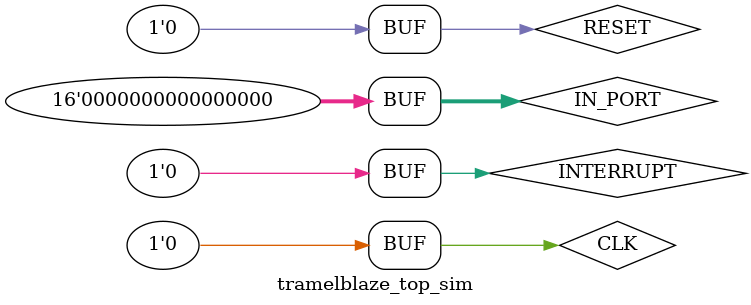
<source format=v>
`timescale 1ns / 1ps


module tramelblaze_top_sim;

	// Inputs
	reg CLK;
	reg RESET;
	reg [15:0] IN_PORT;
	reg INTERRUPT;

	// Outputs
	wire [15:0] OUT_PORT;
	wire [15:0] PORT_ID;
	wire READ_STROBE;
	wire WRITE_STROBE;
	wire INTERRUPT_ACK;

	// Instantiate the Unit Under Test (UUT)
	tramelblaze_top uut (
		.CLK(CLK), 
		.RESET(RESET), 
		.IN_PORT(IN_PORT), 
		.INTERRUPT(INTERRUPT), 
		.OUT_PORT(OUT_PORT), 
		.PORT_ID(PORT_ID), 
		.READ_STROBE(READ_STROBE), 
		.WRITE_STROBE(WRITE_STROBE), 
		.INTERRUPT_ACK(INTERRUPT_ACK)
	);

	initial begin
		// Initialize Inputs
		CLK = 0;
		RESET = 0;
		IN_PORT = 0;
		INTERRUPT = 0;

		// Wait 100 ns for global reset to finish
		#100;
        
		// Add stimulus here

	end
      
endmodule


</source>
